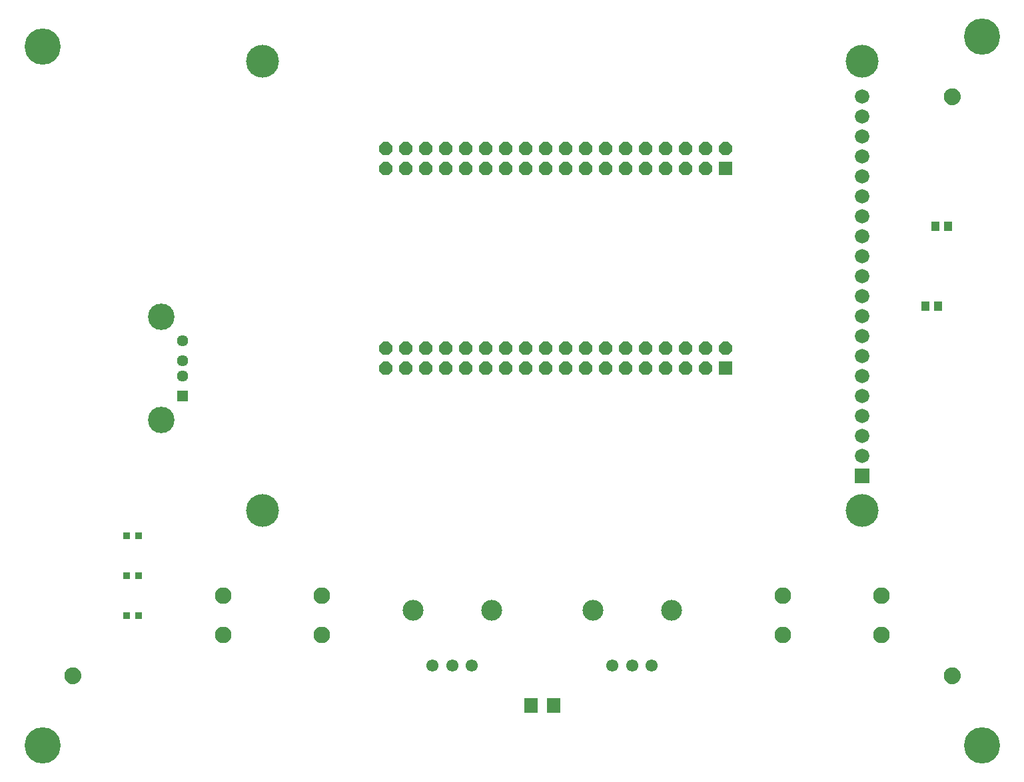
<source format=gbr>
G04 EAGLE Gerber RS-274X export*
G75*
%MOMM*%
%FSLAX34Y34*%
%LPD*%
%INSoldermask Top*%
%IPPOS*%
%AMOC8*
5,1,8,0,0,1.08239X$1,22.5*%
G01*
%ADD10R,1.676400X1.676400*%
%ADD11P,1.814519X8X202.500000*%
%ADD12R,1.828800X1.828800*%
%ADD13C,1.828800*%
%ADD14C,4.168400*%
%ADD15R,1.440400X1.440400*%
%ADD16C,1.440400*%
%ADD17C,3.372400*%
%ADD18C,4.597400*%
%ADD19C,0.609600*%
%ADD20C,1.168400*%
%ADD21C,1.552400*%
%ADD22C,2.652400*%
%ADD23R,1.102359X1.183641*%
%ADD24C,2.112400*%
%ADD25R,1.752400X1.955400*%
%ADD26R,0.952400X0.952400*%


D10*
X906100Y517900D03*
D11*
X906100Y543300D03*
X880700Y517900D03*
X880700Y543300D03*
X855300Y517900D03*
X855300Y543300D03*
X829900Y517900D03*
X829900Y543300D03*
X804500Y517900D03*
X804500Y543300D03*
X779100Y517900D03*
X779100Y543300D03*
X753700Y517900D03*
X753700Y543300D03*
X728300Y517900D03*
X728300Y543300D03*
X702900Y517900D03*
X702900Y543300D03*
X677500Y517900D03*
X677500Y543300D03*
X652100Y517900D03*
X652100Y543300D03*
X626700Y517900D03*
X626700Y543300D03*
X601300Y517900D03*
X601300Y543300D03*
X575900Y517900D03*
X575900Y543300D03*
X550500Y517900D03*
X550500Y543300D03*
X525100Y517900D03*
X525100Y543300D03*
X499700Y517900D03*
X499700Y543300D03*
X474300Y517900D03*
X474300Y543300D03*
D10*
X906100Y771900D03*
D11*
X906100Y797300D03*
X880700Y771900D03*
X880700Y797300D03*
X855300Y771900D03*
X855300Y797300D03*
X829900Y771900D03*
X829900Y797300D03*
X804500Y771900D03*
X804500Y797300D03*
X779100Y771900D03*
X779100Y797300D03*
X753700Y771900D03*
X753700Y797300D03*
X728300Y771900D03*
X728300Y797300D03*
X702900Y771900D03*
X702900Y797300D03*
X677500Y771900D03*
X677500Y797300D03*
X652100Y771900D03*
X652100Y797300D03*
X626700Y771900D03*
X626700Y797300D03*
X601300Y771900D03*
X601300Y797300D03*
X575900Y771900D03*
X575900Y797300D03*
X550500Y771900D03*
X550500Y797300D03*
X525100Y771900D03*
X525100Y797300D03*
X499700Y771900D03*
X499700Y797300D03*
X474300Y771900D03*
X474300Y797300D03*
D12*
X1079500Y381000D03*
D13*
X1079500Y406400D03*
X1079500Y431800D03*
X1079500Y457200D03*
X1079500Y482600D03*
X1079500Y508000D03*
X1079500Y533400D03*
X1079500Y558800D03*
X1079500Y584200D03*
X1079500Y609600D03*
X1079500Y635000D03*
X1079500Y660400D03*
X1079500Y685800D03*
X1079500Y711200D03*
X1079500Y736600D03*
X1079500Y762000D03*
X1079500Y787400D03*
X1079500Y812800D03*
X1079500Y838200D03*
X1079500Y863600D03*
D14*
X1079500Y336550D03*
X1079500Y908050D03*
X317500Y336550D03*
X317500Y908050D03*
D15*
X215900Y482600D03*
D16*
X215900Y507600D03*
X215900Y527600D03*
X215900Y552600D03*
D17*
X188800Y451900D03*
X188800Y583300D03*
D18*
X38100Y927100D03*
X38100Y38100D03*
X1231900Y939800D03*
X1231900Y38100D03*
D19*
X68580Y127000D02*
X68582Y127187D01*
X68589Y127374D01*
X68601Y127561D01*
X68617Y127747D01*
X68637Y127933D01*
X68662Y128118D01*
X68692Y128303D01*
X68726Y128487D01*
X68765Y128670D01*
X68808Y128852D01*
X68856Y129032D01*
X68908Y129212D01*
X68965Y129390D01*
X69025Y129567D01*
X69091Y129742D01*
X69160Y129916D01*
X69234Y130088D01*
X69312Y130258D01*
X69394Y130426D01*
X69480Y130592D01*
X69570Y130756D01*
X69664Y130917D01*
X69762Y131077D01*
X69864Y131233D01*
X69970Y131388D01*
X70080Y131539D01*
X70193Y131688D01*
X70310Y131834D01*
X70430Y131977D01*
X70554Y132117D01*
X70681Y132254D01*
X70812Y132388D01*
X70946Y132519D01*
X71083Y132646D01*
X71223Y132770D01*
X71366Y132890D01*
X71512Y133007D01*
X71661Y133120D01*
X71812Y133230D01*
X71967Y133336D01*
X72123Y133438D01*
X72283Y133536D01*
X72444Y133630D01*
X72608Y133720D01*
X72774Y133806D01*
X72942Y133888D01*
X73112Y133966D01*
X73284Y134040D01*
X73458Y134109D01*
X73633Y134175D01*
X73810Y134235D01*
X73988Y134292D01*
X74168Y134344D01*
X74348Y134392D01*
X74530Y134435D01*
X74713Y134474D01*
X74897Y134508D01*
X75082Y134538D01*
X75267Y134563D01*
X75453Y134583D01*
X75639Y134599D01*
X75826Y134611D01*
X76013Y134618D01*
X76200Y134620D01*
X76387Y134618D01*
X76574Y134611D01*
X76761Y134599D01*
X76947Y134583D01*
X77133Y134563D01*
X77318Y134538D01*
X77503Y134508D01*
X77687Y134474D01*
X77870Y134435D01*
X78052Y134392D01*
X78232Y134344D01*
X78412Y134292D01*
X78590Y134235D01*
X78767Y134175D01*
X78942Y134109D01*
X79116Y134040D01*
X79288Y133966D01*
X79458Y133888D01*
X79626Y133806D01*
X79792Y133720D01*
X79956Y133630D01*
X80117Y133536D01*
X80277Y133438D01*
X80433Y133336D01*
X80588Y133230D01*
X80739Y133120D01*
X80888Y133007D01*
X81034Y132890D01*
X81177Y132770D01*
X81317Y132646D01*
X81454Y132519D01*
X81588Y132388D01*
X81719Y132254D01*
X81846Y132117D01*
X81970Y131977D01*
X82090Y131834D01*
X82207Y131688D01*
X82320Y131539D01*
X82430Y131388D01*
X82536Y131233D01*
X82638Y131077D01*
X82736Y130917D01*
X82830Y130756D01*
X82920Y130592D01*
X83006Y130426D01*
X83088Y130258D01*
X83166Y130088D01*
X83240Y129916D01*
X83309Y129742D01*
X83375Y129567D01*
X83435Y129390D01*
X83492Y129212D01*
X83544Y129032D01*
X83592Y128852D01*
X83635Y128670D01*
X83674Y128487D01*
X83708Y128303D01*
X83738Y128118D01*
X83763Y127933D01*
X83783Y127747D01*
X83799Y127561D01*
X83811Y127374D01*
X83818Y127187D01*
X83820Y127000D01*
X83818Y126813D01*
X83811Y126626D01*
X83799Y126439D01*
X83783Y126253D01*
X83763Y126067D01*
X83738Y125882D01*
X83708Y125697D01*
X83674Y125513D01*
X83635Y125330D01*
X83592Y125148D01*
X83544Y124968D01*
X83492Y124788D01*
X83435Y124610D01*
X83375Y124433D01*
X83309Y124258D01*
X83240Y124084D01*
X83166Y123912D01*
X83088Y123742D01*
X83006Y123574D01*
X82920Y123408D01*
X82830Y123244D01*
X82736Y123083D01*
X82638Y122923D01*
X82536Y122767D01*
X82430Y122612D01*
X82320Y122461D01*
X82207Y122312D01*
X82090Y122166D01*
X81970Y122023D01*
X81846Y121883D01*
X81719Y121746D01*
X81588Y121612D01*
X81454Y121481D01*
X81317Y121354D01*
X81177Y121230D01*
X81034Y121110D01*
X80888Y120993D01*
X80739Y120880D01*
X80588Y120770D01*
X80433Y120664D01*
X80277Y120562D01*
X80117Y120464D01*
X79956Y120370D01*
X79792Y120280D01*
X79626Y120194D01*
X79458Y120112D01*
X79288Y120034D01*
X79116Y119960D01*
X78942Y119891D01*
X78767Y119825D01*
X78590Y119765D01*
X78412Y119708D01*
X78232Y119656D01*
X78052Y119608D01*
X77870Y119565D01*
X77687Y119526D01*
X77503Y119492D01*
X77318Y119462D01*
X77133Y119437D01*
X76947Y119417D01*
X76761Y119401D01*
X76574Y119389D01*
X76387Y119382D01*
X76200Y119380D01*
X76013Y119382D01*
X75826Y119389D01*
X75639Y119401D01*
X75453Y119417D01*
X75267Y119437D01*
X75082Y119462D01*
X74897Y119492D01*
X74713Y119526D01*
X74530Y119565D01*
X74348Y119608D01*
X74168Y119656D01*
X73988Y119708D01*
X73810Y119765D01*
X73633Y119825D01*
X73458Y119891D01*
X73284Y119960D01*
X73112Y120034D01*
X72942Y120112D01*
X72774Y120194D01*
X72608Y120280D01*
X72444Y120370D01*
X72283Y120464D01*
X72123Y120562D01*
X71967Y120664D01*
X71812Y120770D01*
X71661Y120880D01*
X71512Y120993D01*
X71366Y121110D01*
X71223Y121230D01*
X71083Y121354D01*
X70946Y121481D01*
X70812Y121612D01*
X70681Y121746D01*
X70554Y121883D01*
X70430Y122023D01*
X70310Y122166D01*
X70193Y122312D01*
X70080Y122461D01*
X69970Y122612D01*
X69864Y122767D01*
X69762Y122923D01*
X69664Y123083D01*
X69570Y123244D01*
X69480Y123408D01*
X69394Y123574D01*
X69312Y123742D01*
X69234Y123912D01*
X69160Y124084D01*
X69091Y124258D01*
X69025Y124433D01*
X68965Y124610D01*
X68908Y124788D01*
X68856Y124968D01*
X68808Y125148D01*
X68765Y125330D01*
X68726Y125513D01*
X68692Y125697D01*
X68662Y125882D01*
X68637Y126067D01*
X68617Y126253D01*
X68601Y126439D01*
X68589Y126626D01*
X68582Y126813D01*
X68580Y127000D01*
D20*
X76200Y127000D03*
D19*
X1186180Y863600D02*
X1186182Y863787D01*
X1186189Y863974D01*
X1186201Y864161D01*
X1186217Y864347D01*
X1186237Y864533D01*
X1186262Y864718D01*
X1186292Y864903D01*
X1186326Y865087D01*
X1186365Y865270D01*
X1186408Y865452D01*
X1186456Y865632D01*
X1186508Y865812D01*
X1186565Y865990D01*
X1186625Y866167D01*
X1186691Y866342D01*
X1186760Y866516D01*
X1186834Y866688D01*
X1186912Y866858D01*
X1186994Y867026D01*
X1187080Y867192D01*
X1187170Y867356D01*
X1187264Y867517D01*
X1187362Y867677D01*
X1187464Y867833D01*
X1187570Y867988D01*
X1187680Y868139D01*
X1187793Y868288D01*
X1187910Y868434D01*
X1188030Y868577D01*
X1188154Y868717D01*
X1188281Y868854D01*
X1188412Y868988D01*
X1188546Y869119D01*
X1188683Y869246D01*
X1188823Y869370D01*
X1188966Y869490D01*
X1189112Y869607D01*
X1189261Y869720D01*
X1189412Y869830D01*
X1189567Y869936D01*
X1189723Y870038D01*
X1189883Y870136D01*
X1190044Y870230D01*
X1190208Y870320D01*
X1190374Y870406D01*
X1190542Y870488D01*
X1190712Y870566D01*
X1190884Y870640D01*
X1191058Y870709D01*
X1191233Y870775D01*
X1191410Y870835D01*
X1191588Y870892D01*
X1191768Y870944D01*
X1191948Y870992D01*
X1192130Y871035D01*
X1192313Y871074D01*
X1192497Y871108D01*
X1192682Y871138D01*
X1192867Y871163D01*
X1193053Y871183D01*
X1193239Y871199D01*
X1193426Y871211D01*
X1193613Y871218D01*
X1193800Y871220D01*
X1193987Y871218D01*
X1194174Y871211D01*
X1194361Y871199D01*
X1194547Y871183D01*
X1194733Y871163D01*
X1194918Y871138D01*
X1195103Y871108D01*
X1195287Y871074D01*
X1195470Y871035D01*
X1195652Y870992D01*
X1195832Y870944D01*
X1196012Y870892D01*
X1196190Y870835D01*
X1196367Y870775D01*
X1196542Y870709D01*
X1196716Y870640D01*
X1196888Y870566D01*
X1197058Y870488D01*
X1197226Y870406D01*
X1197392Y870320D01*
X1197556Y870230D01*
X1197717Y870136D01*
X1197877Y870038D01*
X1198033Y869936D01*
X1198188Y869830D01*
X1198339Y869720D01*
X1198488Y869607D01*
X1198634Y869490D01*
X1198777Y869370D01*
X1198917Y869246D01*
X1199054Y869119D01*
X1199188Y868988D01*
X1199319Y868854D01*
X1199446Y868717D01*
X1199570Y868577D01*
X1199690Y868434D01*
X1199807Y868288D01*
X1199920Y868139D01*
X1200030Y867988D01*
X1200136Y867833D01*
X1200238Y867677D01*
X1200336Y867517D01*
X1200430Y867356D01*
X1200520Y867192D01*
X1200606Y867026D01*
X1200688Y866858D01*
X1200766Y866688D01*
X1200840Y866516D01*
X1200909Y866342D01*
X1200975Y866167D01*
X1201035Y865990D01*
X1201092Y865812D01*
X1201144Y865632D01*
X1201192Y865452D01*
X1201235Y865270D01*
X1201274Y865087D01*
X1201308Y864903D01*
X1201338Y864718D01*
X1201363Y864533D01*
X1201383Y864347D01*
X1201399Y864161D01*
X1201411Y863974D01*
X1201418Y863787D01*
X1201420Y863600D01*
X1201418Y863413D01*
X1201411Y863226D01*
X1201399Y863039D01*
X1201383Y862853D01*
X1201363Y862667D01*
X1201338Y862482D01*
X1201308Y862297D01*
X1201274Y862113D01*
X1201235Y861930D01*
X1201192Y861748D01*
X1201144Y861568D01*
X1201092Y861388D01*
X1201035Y861210D01*
X1200975Y861033D01*
X1200909Y860858D01*
X1200840Y860684D01*
X1200766Y860512D01*
X1200688Y860342D01*
X1200606Y860174D01*
X1200520Y860008D01*
X1200430Y859844D01*
X1200336Y859683D01*
X1200238Y859523D01*
X1200136Y859367D01*
X1200030Y859212D01*
X1199920Y859061D01*
X1199807Y858912D01*
X1199690Y858766D01*
X1199570Y858623D01*
X1199446Y858483D01*
X1199319Y858346D01*
X1199188Y858212D01*
X1199054Y858081D01*
X1198917Y857954D01*
X1198777Y857830D01*
X1198634Y857710D01*
X1198488Y857593D01*
X1198339Y857480D01*
X1198188Y857370D01*
X1198033Y857264D01*
X1197877Y857162D01*
X1197717Y857064D01*
X1197556Y856970D01*
X1197392Y856880D01*
X1197226Y856794D01*
X1197058Y856712D01*
X1196888Y856634D01*
X1196716Y856560D01*
X1196542Y856491D01*
X1196367Y856425D01*
X1196190Y856365D01*
X1196012Y856308D01*
X1195832Y856256D01*
X1195652Y856208D01*
X1195470Y856165D01*
X1195287Y856126D01*
X1195103Y856092D01*
X1194918Y856062D01*
X1194733Y856037D01*
X1194547Y856017D01*
X1194361Y856001D01*
X1194174Y855989D01*
X1193987Y855982D01*
X1193800Y855980D01*
X1193613Y855982D01*
X1193426Y855989D01*
X1193239Y856001D01*
X1193053Y856017D01*
X1192867Y856037D01*
X1192682Y856062D01*
X1192497Y856092D01*
X1192313Y856126D01*
X1192130Y856165D01*
X1191948Y856208D01*
X1191768Y856256D01*
X1191588Y856308D01*
X1191410Y856365D01*
X1191233Y856425D01*
X1191058Y856491D01*
X1190884Y856560D01*
X1190712Y856634D01*
X1190542Y856712D01*
X1190374Y856794D01*
X1190208Y856880D01*
X1190044Y856970D01*
X1189883Y857064D01*
X1189723Y857162D01*
X1189567Y857264D01*
X1189412Y857370D01*
X1189261Y857480D01*
X1189112Y857593D01*
X1188966Y857710D01*
X1188823Y857830D01*
X1188683Y857954D01*
X1188546Y858081D01*
X1188412Y858212D01*
X1188281Y858346D01*
X1188154Y858483D01*
X1188030Y858623D01*
X1187910Y858766D01*
X1187793Y858912D01*
X1187680Y859061D01*
X1187570Y859212D01*
X1187464Y859367D01*
X1187362Y859523D01*
X1187264Y859683D01*
X1187170Y859844D01*
X1187080Y860008D01*
X1186994Y860174D01*
X1186912Y860342D01*
X1186834Y860512D01*
X1186760Y860684D01*
X1186691Y860858D01*
X1186625Y861033D01*
X1186565Y861210D01*
X1186508Y861388D01*
X1186456Y861568D01*
X1186408Y861748D01*
X1186365Y861930D01*
X1186326Y862113D01*
X1186292Y862297D01*
X1186262Y862482D01*
X1186237Y862667D01*
X1186217Y862853D01*
X1186201Y863039D01*
X1186189Y863226D01*
X1186182Y863413D01*
X1186180Y863600D01*
D20*
X1193800Y863600D03*
D19*
X1186180Y127000D02*
X1186182Y127187D01*
X1186189Y127374D01*
X1186201Y127561D01*
X1186217Y127747D01*
X1186237Y127933D01*
X1186262Y128118D01*
X1186292Y128303D01*
X1186326Y128487D01*
X1186365Y128670D01*
X1186408Y128852D01*
X1186456Y129032D01*
X1186508Y129212D01*
X1186565Y129390D01*
X1186625Y129567D01*
X1186691Y129742D01*
X1186760Y129916D01*
X1186834Y130088D01*
X1186912Y130258D01*
X1186994Y130426D01*
X1187080Y130592D01*
X1187170Y130756D01*
X1187264Y130917D01*
X1187362Y131077D01*
X1187464Y131233D01*
X1187570Y131388D01*
X1187680Y131539D01*
X1187793Y131688D01*
X1187910Y131834D01*
X1188030Y131977D01*
X1188154Y132117D01*
X1188281Y132254D01*
X1188412Y132388D01*
X1188546Y132519D01*
X1188683Y132646D01*
X1188823Y132770D01*
X1188966Y132890D01*
X1189112Y133007D01*
X1189261Y133120D01*
X1189412Y133230D01*
X1189567Y133336D01*
X1189723Y133438D01*
X1189883Y133536D01*
X1190044Y133630D01*
X1190208Y133720D01*
X1190374Y133806D01*
X1190542Y133888D01*
X1190712Y133966D01*
X1190884Y134040D01*
X1191058Y134109D01*
X1191233Y134175D01*
X1191410Y134235D01*
X1191588Y134292D01*
X1191768Y134344D01*
X1191948Y134392D01*
X1192130Y134435D01*
X1192313Y134474D01*
X1192497Y134508D01*
X1192682Y134538D01*
X1192867Y134563D01*
X1193053Y134583D01*
X1193239Y134599D01*
X1193426Y134611D01*
X1193613Y134618D01*
X1193800Y134620D01*
X1193987Y134618D01*
X1194174Y134611D01*
X1194361Y134599D01*
X1194547Y134583D01*
X1194733Y134563D01*
X1194918Y134538D01*
X1195103Y134508D01*
X1195287Y134474D01*
X1195470Y134435D01*
X1195652Y134392D01*
X1195832Y134344D01*
X1196012Y134292D01*
X1196190Y134235D01*
X1196367Y134175D01*
X1196542Y134109D01*
X1196716Y134040D01*
X1196888Y133966D01*
X1197058Y133888D01*
X1197226Y133806D01*
X1197392Y133720D01*
X1197556Y133630D01*
X1197717Y133536D01*
X1197877Y133438D01*
X1198033Y133336D01*
X1198188Y133230D01*
X1198339Y133120D01*
X1198488Y133007D01*
X1198634Y132890D01*
X1198777Y132770D01*
X1198917Y132646D01*
X1199054Y132519D01*
X1199188Y132388D01*
X1199319Y132254D01*
X1199446Y132117D01*
X1199570Y131977D01*
X1199690Y131834D01*
X1199807Y131688D01*
X1199920Y131539D01*
X1200030Y131388D01*
X1200136Y131233D01*
X1200238Y131077D01*
X1200336Y130917D01*
X1200430Y130756D01*
X1200520Y130592D01*
X1200606Y130426D01*
X1200688Y130258D01*
X1200766Y130088D01*
X1200840Y129916D01*
X1200909Y129742D01*
X1200975Y129567D01*
X1201035Y129390D01*
X1201092Y129212D01*
X1201144Y129032D01*
X1201192Y128852D01*
X1201235Y128670D01*
X1201274Y128487D01*
X1201308Y128303D01*
X1201338Y128118D01*
X1201363Y127933D01*
X1201383Y127747D01*
X1201399Y127561D01*
X1201411Y127374D01*
X1201418Y127187D01*
X1201420Y127000D01*
X1201418Y126813D01*
X1201411Y126626D01*
X1201399Y126439D01*
X1201383Y126253D01*
X1201363Y126067D01*
X1201338Y125882D01*
X1201308Y125697D01*
X1201274Y125513D01*
X1201235Y125330D01*
X1201192Y125148D01*
X1201144Y124968D01*
X1201092Y124788D01*
X1201035Y124610D01*
X1200975Y124433D01*
X1200909Y124258D01*
X1200840Y124084D01*
X1200766Y123912D01*
X1200688Y123742D01*
X1200606Y123574D01*
X1200520Y123408D01*
X1200430Y123244D01*
X1200336Y123083D01*
X1200238Y122923D01*
X1200136Y122767D01*
X1200030Y122612D01*
X1199920Y122461D01*
X1199807Y122312D01*
X1199690Y122166D01*
X1199570Y122023D01*
X1199446Y121883D01*
X1199319Y121746D01*
X1199188Y121612D01*
X1199054Y121481D01*
X1198917Y121354D01*
X1198777Y121230D01*
X1198634Y121110D01*
X1198488Y120993D01*
X1198339Y120880D01*
X1198188Y120770D01*
X1198033Y120664D01*
X1197877Y120562D01*
X1197717Y120464D01*
X1197556Y120370D01*
X1197392Y120280D01*
X1197226Y120194D01*
X1197058Y120112D01*
X1196888Y120034D01*
X1196716Y119960D01*
X1196542Y119891D01*
X1196367Y119825D01*
X1196190Y119765D01*
X1196012Y119708D01*
X1195832Y119656D01*
X1195652Y119608D01*
X1195470Y119565D01*
X1195287Y119526D01*
X1195103Y119492D01*
X1194918Y119462D01*
X1194733Y119437D01*
X1194547Y119417D01*
X1194361Y119401D01*
X1194174Y119389D01*
X1193987Y119382D01*
X1193800Y119380D01*
X1193613Y119382D01*
X1193426Y119389D01*
X1193239Y119401D01*
X1193053Y119417D01*
X1192867Y119437D01*
X1192682Y119462D01*
X1192497Y119492D01*
X1192313Y119526D01*
X1192130Y119565D01*
X1191948Y119608D01*
X1191768Y119656D01*
X1191588Y119708D01*
X1191410Y119765D01*
X1191233Y119825D01*
X1191058Y119891D01*
X1190884Y119960D01*
X1190712Y120034D01*
X1190542Y120112D01*
X1190374Y120194D01*
X1190208Y120280D01*
X1190044Y120370D01*
X1189883Y120464D01*
X1189723Y120562D01*
X1189567Y120664D01*
X1189412Y120770D01*
X1189261Y120880D01*
X1189112Y120993D01*
X1188966Y121110D01*
X1188823Y121230D01*
X1188683Y121354D01*
X1188546Y121481D01*
X1188412Y121612D01*
X1188281Y121746D01*
X1188154Y121883D01*
X1188030Y122023D01*
X1187910Y122166D01*
X1187793Y122312D01*
X1187680Y122461D01*
X1187570Y122612D01*
X1187464Y122767D01*
X1187362Y122923D01*
X1187264Y123083D01*
X1187170Y123244D01*
X1187080Y123408D01*
X1186994Y123574D01*
X1186912Y123742D01*
X1186834Y123912D01*
X1186760Y124084D01*
X1186691Y124258D01*
X1186625Y124433D01*
X1186565Y124610D01*
X1186508Y124788D01*
X1186456Y124968D01*
X1186408Y125148D01*
X1186365Y125330D01*
X1186326Y125513D01*
X1186292Y125697D01*
X1186262Y125882D01*
X1186237Y126067D01*
X1186217Y126253D01*
X1186201Y126439D01*
X1186189Y126626D01*
X1186182Y126813D01*
X1186180Y127000D01*
D20*
X1193800Y127000D03*
D21*
X762400Y139700D03*
X787400Y139700D03*
X812400Y139700D03*
D22*
X737400Y209700D03*
X837400Y209700D03*
D21*
X533800Y139700D03*
X558800Y139700D03*
X583800Y139700D03*
D22*
X508800Y209700D03*
X608800Y209700D03*
D23*
X1173099Y698500D03*
X1189101Y698500D03*
X1160399Y596900D03*
X1176401Y596900D03*
D24*
X1103900Y228200D03*
X1103900Y178200D03*
X978900Y178200D03*
X978900Y228200D03*
X392700Y228200D03*
X392700Y178200D03*
X267700Y178200D03*
X267700Y228200D03*
D25*
X658880Y88900D03*
X687320Y88900D03*
D26*
X144900Y304800D03*
X159900Y304800D03*
X144900Y254000D03*
X159900Y254000D03*
X144900Y203200D03*
X159900Y203200D03*
M02*

</source>
